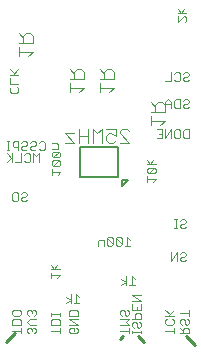
<source format=gbo>
G75*
%MOIN*%
%OFA0B0*%
%FSLAX24Y24*%
%IPPOS*%
%LPD*%
%AMOC8*
5,1,8,0,0,1.08239X$1,22.5*
%
%ADD10C,0.0030*%
%ADD11C,0.0100*%
%ADD12C,0.0050*%
%ADD13C,0.0040*%
D10*
X001745Y001932D02*
X002035Y001932D01*
X002035Y002028D02*
X002035Y001835D01*
X002245Y001883D02*
X002293Y001835D01*
X002245Y001883D02*
X002245Y001980D01*
X002293Y002028D01*
X002342Y002028D01*
X002390Y001980D01*
X002390Y001932D01*
X002390Y001980D02*
X002438Y002028D01*
X002487Y002028D01*
X002535Y001980D01*
X002535Y001883D01*
X002487Y001835D01*
X002535Y002130D02*
X002342Y002130D01*
X002245Y002226D01*
X002342Y002323D01*
X002535Y002323D01*
X002487Y002424D02*
X002535Y002473D01*
X002535Y002569D01*
X002487Y002618D01*
X002438Y002618D01*
X002390Y002569D01*
X002342Y002618D01*
X002293Y002618D01*
X002245Y002569D01*
X002245Y002473D01*
X002293Y002424D01*
X002390Y002521D02*
X002390Y002569D01*
X002035Y002569D02*
X002035Y002473D01*
X001987Y002424D01*
X001793Y002424D01*
X001745Y002473D01*
X001745Y002569D01*
X001793Y002618D01*
X001987Y002618D01*
X002035Y002569D01*
X001987Y002323D02*
X002035Y002275D01*
X002035Y002130D01*
X001745Y002130D01*
X001745Y002275D01*
X001793Y002323D01*
X001987Y002323D01*
X003045Y002275D02*
X003045Y002130D01*
X003335Y002130D01*
X003335Y002275D01*
X003287Y002323D01*
X003093Y002323D01*
X003045Y002275D01*
X003045Y002424D02*
X003045Y002521D01*
X003045Y002473D02*
X003335Y002473D01*
X003335Y002521D02*
X003335Y002424D01*
X003645Y002424D02*
X003645Y002569D01*
X003693Y002618D01*
X003887Y002618D01*
X003935Y002569D01*
X003935Y002424D01*
X003645Y002424D01*
X003645Y002323D02*
X003935Y002323D01*
X003935Y002130D02*
X003645Y002323D01*
X003645Y002130D02*
X003935Y002130D01*
X003887Y002028D02*
X003935Y001980D01*
X003935Y001883D01*
X003887Y001835D01*
X003693Y001835D01*
X003645Y001883D01*
X003645Y001980D01*
X003693Y002028D01*
X003790Y002028D01*
X003790Y001932D01*
X003335Y001932D02*
X003045Y001932D01*
X003335Y001835D02*
X003335Y002028D01*
X003545Y002865D02*
X003690Y002962D01*
X003545Y003058D01*
X003690Y003155D02*
X003690Y002865D01*
X003792Y002865D02*
X003985Y002865D01*
X003888Y002865D02*
X003888Y003155D01*
X003985Y003058D01*
X003335Y003772D02*
X003045Y003772D01*
X003045Y003868D02*
X003045Y003675D01*
X003238Y003675D02*
X003335Y003772D01*
X003335Y003969D02*
X003045Y003969D01*
X003142Y003969D02*
X003045Y004115D01*
X003142Y003969D02*
X003238Y004115D01*
X002187Y006245D02*
X002090Y006245D01*
X002042Y006293D01*
X002042Y006342D01*
X002090Y006390D01*
X002187Y006390D01*
X002235Y006438D01*
X002235Y006487D01*
X002187Y006535D01*
X002090Y006535D01*
X002042Y006487D01*
X001940Y006487D02*
X001940Y006293D01*
X001892Y006245D01*
X001795Y006245D01*
X001747Y006293D01*
X001747Y006487D01*
X001795Y006535D01*
X001892Y006535D01*
X001940Y006487D01*
X002187Y006245D02*
X002235Y006293D01*
X002195Y007545D02*
X002147Y007593D01*
X002195Y007545D02*
X002292Y007545D01*
X002340Y007593D01*
X002340Y007787D01*
X002292Y007835D01*
X002195Y007835D01*
X002147Y007787D01*
X002046Y007835D02*
X002046Y007545D01*
X001852Y007545D01*
X001751Y007545D02*
X001751Y007835D01*
X001656Y007945D02*
X001560Y007945D01*
X001608Y007945D02*
X001608Y008235D01*
X001656Y008235D02*
X001560Y008235D01*
X001758Y008187D02*
X001758Y008090D01*
X001806Y008042D01*
X001951Y008042D01*
X001951Y007945D02*
X001951Y008235D01*
X001806Y008235D01*
X001758Y008187D01*
X001558Y007835D02*
X001751Y007642D01*
X001703Y007690D02*
X001558Y007545D01*
X002052Y007993D02*
X002101Y007945D01*
X002197Y007945D01*
X002246Y007993D01*
X002347Y007993D02*
X002395Y007945D01*
X002492Y007945D01*
X002540Y007993D01*
X002642Y007993D02*
X002690Y007945D01*
X002787Y007945D01*
X002835Y007993D01*
X002835Y008187D01*
X002787Y008235D01*
X002690Y008235D01*
X002642Y008187D01*
X002540Y008187D02*
X002492Y008235D01*
X002395Y008235D01*
X002347Y008187D01*
X002246Y008187D02*
X002197Y008235D01*
X002101Y008235D01*
X002052Y008187D01*
X002101Y008090D02*
X002052Y008042D01*
X002052Y007993D01*
X002101Y008090D02*
X002197Y008090D01*
X002246Y008138D01*
X002246Y008187D01*
X002347Y008042D02*
X002347Y007993D01*
X002347Y008042D02*
X002395Y008090D01*
X002492Y008090D01*
X002540Y008138D01*
X002540Y008187D01*
X002635Y007835D02*
X002538Y007738D01*
X002442Y007835D01*
X002442Y007545D01*
X002635Y007545D02*
X002635Y007835D01*
X003065Y007849D02*
X003065Y007753D01*
X003113Y007704D01*
X003307Y007898D01*
X003113Y007898D01*
X003065Y007849D01*
X003065Y007999D02*
X003258Y007999D01*
X003258Y008144D01*
X003210Y008192D01*
X003065Y008192D01*
X003307Y007898D02*
X003355Y007849D01*
X003355Y007753D01*
X003307Y007704D01*
X003113Y007704D01*
X003113Y007603D02*
X003065Y007555D01*
X003065Y007458D01*
X003113Y007410D01*
X003307Y007603D01*
X003113Y007603D01*
X003113Y007410D02*
X003307Y007410D01*
X003355Y007458D01*
X003355Y007555D01*
X003307Y007603D01*
X003065Y007308D02*
X003065Y007115D01*
X003065Y007212D02*
X003355Y007212D01*
X003258Y007115D01*
X004656Y004958D02*
X004608Y004910D01*
X004608Y004765D01*
X004656Y004958D02*
X004801Y004958D01*
X004801Y004765D01*
X004902Y004813D02*
X004902Y005007D01*
X005096Y004813D01*
X005047Y004765D01*
X004951Y004765D01*
X004902Y004813D01*
X004902Y005007D02*
X004951Y005055D01*
X005047Y005055D01*
X005096Y005007D01*
X005096Y004813D01*
X005197Y004813D02*
X005197Y005007D01*
X005390Y004813D01*
X005342Y004765D01*
X005245Y004765D01*
X005197Y004813D01*
X005197Y005007D02*
X005245Y005055D01*
X005342Y005055D01*
X005390Y005007D01*
X005390Y004813D01*
X005492Y004765D02*
X005685Y004765D01*
X005588Y004765D02*
X005588Y005055D01*
X005685Y004958D01*
X005728Y003735D02*
X005728Y003445D01*
X005632Y003445D02*
X005825Y003445D01*
X005825Y003638D02*
X005728Y003735D01*
X005531Y003735D02*
X005531Y003445D01*
X005531Y003542D02*
X005385Y003638D01*
X005531Y003542D02*
X005385Y003445D01*
X005745Y003109D02*
X006035Y003109D01*
X006035Y002915D02*
X005745Y003109D01*
X005745Y002915D02*
X006035Y002915D01*
X006035Y002814D02*
X006035Y002621D01*
X005745Y002621D01*
X005745Y002814D01*
X005587Y002618D02*
X005635Y002569D01*
X005635Y002473D01*
X005587Y002424D01*
X005538Y002424D01*
X005490Y002473D01*
X005490Y002569D01*
X005442Y002618D01*
X005393Y002618D01*
X005345Y002569D01*
X005345Y002473D01*
X005393Y002424D01*
X005345Y002323D02*
X005635Y002323D01*
X005538Y002226D01*
X005635Y002130D01*
X005345Y002130D01*
X005345Y001932D02*
X005635Y001932D01*
X005635Y002028D02*
X005635Y001835D01*
X005745Y001835D02*
X005745Y001932D01*
X005745Y001883D02*
X006035Y001883D01*
X006035Y001835D02*
X006035Y001932D01*
X005987Y002031D02*
X005938Y002031D01*
X005890Y002080D01*
X005890Y002177D01*
X005842Y002225D01*
X005793Y002225D01*
X005745Y002177D01*
X005745Y002080D01*
X005793Y002031D01*
X005745Y002326D02*
X006035Y002326D01*
X006035Y002471D01*
X005987Y002520D01*
X005890Y002520D01*
X005842Y002471D01*
X005842Y002326D01*
X005987Y002225D02*
X006035Y002177D01*
X006035Y002080D01*
X005987Y002031D01*
X005890Y002621D02*
X005890Y002717D01*
X006845Y002618D02*
X006990Y002473D01*
X006942Y002424D02*
X007135Y002618D01*
X007135Y002424D02*
X006845Y002424D01*
X006893Y002323D02*
X006845Y002275D01*
X006845Y002178D01*
X006893Y002130D01*
X007087Y002130D01*
X007135Y002178D01*
X007135Y002275D01*
X007087Y002323D01*
X007135Y002028D02*
X007135Y001835D01*
X007135Y001932D02*
X006845Y001932D01*
X007345Y002028D02*
X007442Y001932D01*
X007442Y001980D02*
X007442Y001835D01*
X007345Y001835D02*
X007635Y001835D01*
X007635Y001980D01*
X007587Y002028D01*
X007490Y002028D01*
X007442Y001980D01*
X007393Y002130D02*
X007345Y002178D01*
X007345Y002275D01*
X007393Y002323D01*
X007442Y002323D01*
X007490Y002275D01*
X007490Y002178D01*
X007538Y002130D01*
X007587Y002130D01*
X007635Y002178D01*
X007635Y002275D01*
X007587Y002323D01*
X007635Y002424D02*
X007635Y002618D01*
X007635Y002521D02*
X007345Y002521D01*
X007390Y004245D02*
X007487Y004245D01*
X007535Y004293D01*
X007487Y004390D02*
X007535Y004438D01*
X007535Y004487D01*
X007487Y004535D01*
X007390Y004535D01*
X007342Y004487D01*
X007390Y004390D02*
X007342Y004342D01*
X007342Y004293D01*
X007390Y004245D01*
X007390Y004390D02*
X007487Y004390D01*
X007240Y004245D02*
X007240Y004535D01*
X007047Y004245D01*
X007047Y004535D01*
X007144Y005345D02*
X007240Y005345D01*
X007192Y005345D02*
X007192Y005635D01*
X007240Y005635D02*
X007144Y005635D01*
X007342Y005587D02*
X007390Y005635D01*
X007487Y005635D01*
X007535Y005587D01*
X007535Y005538D01*
X007487Y005490D01*
X007390Y005490D01*
X007342Y005442D01*
X007342Y005393D01*
X007390Y005345D01*
X007487Y005345D01*
X007535Y005393D01*
X006438Y006880D02*
X006535Y006977D01*
X006245Y006977D01*
X006245Y006880D02*
X006245Y007074D01*
X006293Y007175D02*
X006245Y007223D01*
X006245Y007320D01*
X006293Y007368D01*
X006487Y007368D01*
X006293Y007175D01*
X006487Y007175D01*
X006535Y007223D01*
X006535Y007320D01*
X006487Y007368D01*
X006535Y007469D02*
X006245Y007469D01*
X006342Y007469D02*
X006245Y007615D01*
X006342Y007469D02*
X006438Y007615D01*
X006558Y008345D02*
X006751Y008345D01*
X006751Y008635D01*
X006558Y008635D01*
X006654Y008490D02*
X006751Y008490D01*
X006852Y008345D02*
X006852Y008635D01*
X007046Y008635D02*
X006852Y008345D01*
X007046Y008345D02*
X007046Y008635D01*
X007147Y008587D02*
X007147Y008393D01*
X007195Y008345D01*
X007292Y008345D01*
X007340Y008393D01*
X007340Y008587D01*
X007292Y008635D01*
X007195Y008635D01*
X007147Y008587D01*
X007442Y008587D02*
X007442Y008393D01*
X007490Y008345D01*
X007635Y008345D01*
X007635Y008635D01*
X007490Y008635D01*
X007442Y008587D01*
X007490Y009345D02*
X007587Y009345D01*
X007635Y009393D01*
X007587Y009490D02*
X007490Y009490D01*
X007442Y009442D01*
X007442Y009393D01*
X007490Y009345D01*
X007340Y009345D02*
X007340Y009635D01*
X007195Y009635D01*
X007147Y009587D01*
X007147Y009393D01*
X007195Y009345D01*
X007340Y009345D01*
X007442Y009587D02*
X007490Y009635D01*
X007587Y009635D01*
X007635Y009587D01*
X007635Y009538D01*
X007587Y009490D01*
X007587Y010245D02*
X007490Y010245D01*
X007442Y010293D01*
X007442Y010342D01*
X007490Y010390D01*
X007587Y010390D01*
X007635Y010438D01*
X007635Y010487D01*
X007587Y010535D01*
X007490Y010535D01*
X007442Y010487D01*
X007340Y010487D02*
X007340Y010293D01*
X007292Y010245D01*
X007195Y010245D01*
X007147Y010293D01*
X007046Y010245D02*
X006852Y010245D01*
X007046Y010245D02*
X007046Y010535D01*
X007147Y010487D02*
X007195Y010535D01*
X007292Y010535D01*
X007340Y010487D01*
X007587Y010245D02*
X007635Y010293D01*
X006949Y009635D02*
X007046Y009538D01*
X007046Y009345D01*
X007046Y009490D02*
X006852Y009490D01*
X006852Y009538D02*
X006852Y009345D01*
X006852Y009538D02*
X006949Y009635D01*
X007265Y012215D02*
X007458Y012408D01*
X007507Y012408D01*
X007555Y012360D01*
X007555Y012263D01*
X007507Y012215D01*
X007555Y012510D02*
X007265Y012510D01*
X007362Y012510D02*
X007265Y012655D01*
X007362Y012510D02*
X007458Y012655D01*
X007265Y012408D02*
X007265Y012215D01*
X001955Y010648D02*
X001762Y010454D01*
X001810Y010503D02*
X001665Y010648D01*
X001665Y010454D02*
X001955Y010454D01*
X001955Y010160D02*
X001665Y010160D01*
X001665Y010353D01*
X001713Y010058D02*
X001665Y010010D01*
X001665Y009913D01*
X001713Y009865D01*
X001907Y009865D01*
X001955Y009913D01*
X001955Y010010D01*
X001907Y010058D01*
D11*
X001850Y001850D02*
X001550Y001550D01*
X005350Y001650D02*
X005450Y001750D01*
X005950Y001750D02*
X006150Y001550D01*
X007550Y001750D02*
X007850Y001450D01*
D12*
X005398Y006763D02*
X005595Y006959D01*
X005398Y006959D01*
X005398Y006763D01*
X005280Y007058D02*
X005280Y008042D01*
X004020Y008042D01*
X004020Y007058D01*
X005280Y007058D01*
D13*
X005347Y008201D02*
X005654Y008201D01*
X005347Y008508D01*
X005347Y008584D01*
X005423Y008661D01*
X005577Y008661D01*
X005654Y008584D01*
X005193Y008661D02*
X005193Y008431D01*
X005040Y008508D01*
X004963Y008508D01*
X004886Y008431D01*
X004886Y008277D01*
X004963Y008201D01*
X005116Y008201D01*
X005193Y008277D01*
X005193Y008661D02*
X004886Y008661D01*
X004733Y008661D02*
X004579Y008508D01*
X004426Y008661D01*
X004426Y008201D01*
X004272Y008201D02*
X004272Y008661D01*
X004272Y008431D02*
X003966Y008431D01*
X003812Y008508D02*
X003505Y008508D01*
X003812Y008201D01*
X003505Y008201D01*
X003966Y008201D02*
X003966Y008661D01*
X004733Y008661D02*
X004733Y008201D01*
X004670Y009870D02*
X004670Y010177D01*
X004670Y010330D02*
X005130Y010330D01*
X005130Y010561D01*
X005054Y010637D01*
X004900Y010637D01*
X004823Y010561D01*
X004823Y010330D01*
X004823Y010484D02*
X004670Y010637D01*
X004670Y010023D02*
X005130Y010023D01*
X004977Y009870D01*
X004130Y010023D02*
X003670Y010023D01*
X003670Y009870D02*
X003670Y010177D01*
X003670Y010330D02*
X004130Y010330D01*
X004130Y010561D01*
X004054Y010637D01*
X003900Y010637D01*
X003823Y010561D01*
X003823Y010330D01*
X003823Y010484D02*
X003670Y010637D01*
X004130Y010023D02*
X003977Y009870D01*
X002430Y011223D02*
X001970Y011223D01*
X001970Y011070D02*
X001970Y011377D01*
X001970Y011530D02*
X002430Y011530D01*
X002430Y011761D01*
X002354Y011837D01*
X002200Y011837D01*
X002123Y011761D01*
X002123Y011530D01*
X002123Y011684D02*
X001970Y011837D01*
X002430Y011223D02*
X002277Y011070D01*
X006370Y009537D02*
X006523Y009384D01*
X006523Y009461D02*
X006523Y009230D01*
X006370Y009230D02*
X006830Y009230D01*
X006830Y009461D01*
X006754Y009537D01*
X006600Y009537D01*
X006523Y009461D01*
X006370Y009077D02*
X006370Y008770D01*
X006370Y008923D02*
X006830Y008923D01*
X006677Y008770D01*
M02*

</source>
